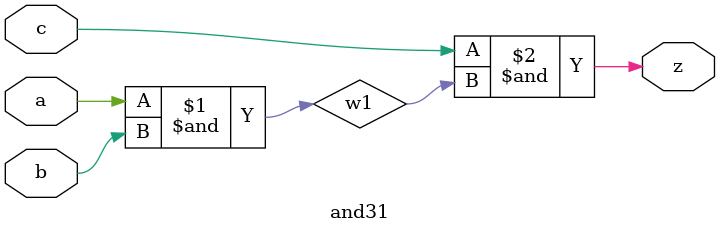
<source format=v>
module and31(a, b, c, z);
    input a, b, c;
    output z;

    wire w1;

    and a1(w1, a, b);
    and a2(z, c, w1);
endmodule

</source>
